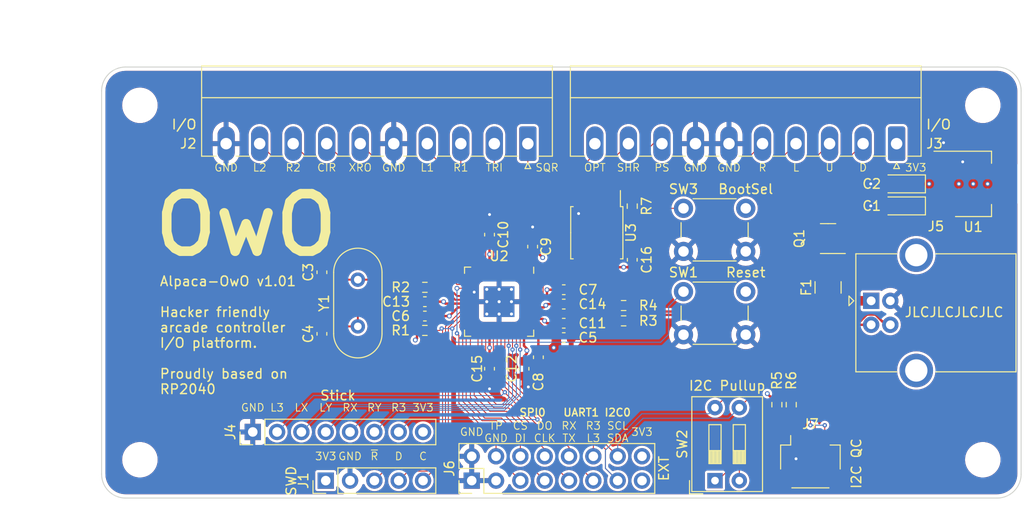
<source format=kicad_pcb>
(kicad_pcb (version 20211014) (generator pcbnew)
  (title_block (title "Alpaca-OwO") (date "2022-03-08") (rev "v1.01") (company "dogtopus"))
  (layers (0 "F.Cu" signal) (1 "In1.Cu" signal) (2 "In2.Cu" signal) (31 "B.Cu" signal) (34 "B.Paste" user) (35 "F.Paste" user) (36 "B.SilkS" user "B.Silkscreen") (37 "F.SilkS" user "F.Silkscreen") (38 "B.Mask" user) (39 "F.Mask" user) (44 "Edge.Cuts" user))
  (net 0 "")
  (net 1 "Net-(C1-Pad1)")
  (net 2 "GND")
  (net 3 "+3V3")
  (net 4 "Net-(C3-Pad1)")
  (net 5 "Net-(C4-Pad2)")
  (net 6 "+1V1")
  (net 7 "VBUS")
  (net 8 "Net-(F1-Pad2)")
  (net 9 "/~{RESET}")
  (net 10 "/SWDIO")
  (net 11 "/SWCLK")
  (net 12 "/KEY_SQR")
  (net 13 "/KEY_TRI")
  (net 14 "/KEY_R1")
  (net 15 "/KEY_L1")
  (net 16 "/KEY_XRO")
  (net 17 "/KEY_CIR")
  (net 18 "/KEY_R2")
  (net 19 "/KEY_L2")
  (net 20 "/DBTN_D")
  (net 21 "/DBTN_U")
  (net 22 "/DBTN_L")
  (net 23 "/DBTN_R")
  (net 24 "/KEY_PS")
  (net 25 "/KEY_SHR")
  (net 26 "/KEY_OPT")
  (net 27 "/KEY_L3")
  (net 28 "/STK_LX")
  (net 29 "/STK_LY")
  (net 30 "/STK_RX")
  (net 31 "/STK_RY")
  (net 32 "/KEY_R3")
  (net 33 "/USB_D-")
  (net 34 "/USB_D+")
  (net 35 "/KEY_TP")
  (net 36 "/SPI0_DI")
  (net 37 "/SPI0_CS")
  (net 38 "/SPI0_CLK")
  (net 39 "/SPI0_DO")
  (net 40 "/UART1_TX")
  (net 41 "/UART1_RX")
  (net 42 "/I2C0_SDA")
  (net 43 "/I2C0_SCL")
  (net 44 "Net-(R2-Pad2)")
  (net 45 "/UPIN_D+")
  (net 46 "/UPIN_D-")
  (net 47 "Net-(R5-Pad2)")
  (net 48 "Net-(R6-Pad2)")
  (net 49 "Net-(R7-Pad1)")
  (net 50 "/ROM_CS")
  (net 51 "/ROM_D3")
  (net 52 "/ROM_CLK")
  (net 53 "/ROM_D0")
  (net 54 "/ROM_D2")
  (net 55 "/ROM_D1")
  (footprint "Capacitor_SMD:C_0603_1608Metric" (layer "F.Cu") (at 163.1 98.175 -90)
    (fp_text reference "C16")
    (fp_text value "100nF")
  )
  (footprint "MountingHole:MountingHole_3.2mm_M3_ISO7380" (layer "F.Cu") (at 199.7 82.05)
    (fp_text reference "H3" hide)
    (fp_text value "M3")
  )
  (footprint "Capacitor_SMD:C_0603_1608Metric" (layer "F.Cu") (at 155.95 101.3)
    (fp_text reference "C7")
    (fp_text value "100nF")
  )
  (footprint "Connector_USB:USB_B_OST_USB-B1HSxx_Horizontal" (layer "F.Cu") (at 188.045 102.46)
    (fp_text reference "J5")
    (fp_text value "USB_B")
  )
  (footprint "Capacitor_Tantalum_SMD:CP_EIA-3216-18_Kemet-A" (layer "F.Cu") (at 191.4 92.55 180)
    (fp_text reference "C1")
    (fp_text value "10uF")
  )
  (footprint "private:QFN-56-1EP_7x7mm_P0.4mm_EP3.2x3.2mm_ThermalVias" (layer "F.Cu") (at 149.2 102.55 -90)
    (fp_text reference "U2")
    (fp_text value "RP2040")
  )
  (footprint "Capacitor_SMD:C_0603_1608Metric" (layer "F.Cu") (at 152.7 96.8 -90)
    (fp_text reference "C9")
    (fp_text value "100nF")
  )
  (footprint "Capacitor_SMD:C_0603_1608Metric" (layer "F.Cu") (at 153.3 108.35 -90)
    (fp_text reference "C8")
    (fp_text value "100nF")
  )
  (footprint "Connector_PinHeader_2.54mm:PinHeader_1x05_P2.54mm_Vertical" (layer "F.Cu") (at 131.1 121.23 90)
    (fp_text reference "J1")
    (fp_text value "SWD")
  )
  (footprint "Package_TO_SOT_SMD:SOT-23-6" (layer "F.Cu") (at 183.545 95.96 180)
    (fp_text reference "Q1")
    (fp_text value "CJL3415")
  )
  (footprint "Crystal:Crystal_HC49-4H_Vertical" (layer "F.Cu") (at 134.45 105.13 90)
    (fp_text reference "Y1")
    (fp_text value "12MHz")
  )
  (footprint "Capacitor_SMD:C_0603_1608Metric" (layer "F.Cu") (at 155.95 106.3)
    (fp_text reference "C5")
    (fp_text value "1uF")
  )
  (footprint "MountingHole:MountingHole_3.2mm_M3_ISO7380" (layer "F.Cu") (at 111.7 82.05)
    (fp_text reference "H2" hide)
    (fp_text value "M3")
  )
  (footprint "Package_SO:SOIC-8_5.23x5.23mm_P1.27mm" (layer "F.Cu") (at 159.4 95.35 -90)
    (fp_text reference "U3")
    (fp_text value "W25Q32JVSS")
  )
  (footprint "Capacitor_SMD:C_0603_1608Metric" (layer "F.Cu") (at 141.45 102.55)
    (fp_text reference "C13")
    (fp_text value "100nF")
  )
  (footprint "Capacitor_SMD:C_0603_1608Metric" (layer "F.Cu") (at 151.8 109.55 90)
    (fp_text reference "C12")
    (fp_text value "100nF")
  )
  (footprint "Resistor_SMD:R_0603_1608Metric" (layer "F.Cu") (at 162.2 102.95)
    (fp_text reference "R4")
    (fp_text value "27")
  )
  (footprint "Capacitor_SMD:C_0603_1608Metric" (layer "F.Cu") (at 155.95 104.8)
    (fp_text reference "C11")
    (fp_text value "1uF")
  )
  (footprint "Connector_PinHeader_2.54mm:PinHeader_2x08_P2.54mm_Vertical" (layer "F.Cu") (at 146.34 121.23 90)
    (fp_text reference "J6")
    (fp_text value "Pwny Pr0t")
  )
  (footprint "MountingHole:MountingHole_3.2mm_M3_ISO7380" (layer "F.Cu") (at 199.7 119.05)
    (fp_text reference "H4" hide)
    (fp_text value "M3")
  )
  (footprint "Capacitor_SMD:C_0603_1608Metric" (layer "F.Cu") (at 155.95 102.8 180)
    (fp_text reference "C14")
    (fp_text value "100nF")
  )
  (footprint "Resistor_SMD:R_0603_1608Metric" (layer "F.Cu") (at 162.2 104.55)
    (fp_text reference "R3")
    (fp_text value "27")
  )
  (footprint "Resistor_SMD:R_0603_1608Metric" (layer "F.Cu") (at 163.1 92.575 90)
    (fp_text reference "R7")
    (fp_text value "1k")
  )
  (footprint "Capacitor_SMD:C_0603_1608Metric" (layer "F.Cu") (at 148.2 95.55 -90)
    (fp_text reference "C10")
    (fp_text value "100nF")
  )
  (footprint "Connector_Phoenix_MC:PhoenixContact_MC_1,5_10-G-3.5_1x10_P3.50mm_Horizontal" (layer "F.Cu") (at 152.2 86.05 180)
    (fp_text reference "J2")
    (fp_text value "PS360 ST1")
  )
  (footprint "Package_TO_SOT_SMD:SOT-223-3_TabPin2" (layer "F.Cu") (at 198.7 90.25)
    (fp_text reference "U1")
    (fp_text value "AMS1117-3.3")
  )
  (footprint "Button_Switch_THT:SW_PUSH_6mm" (layer "F.Cu") (at 168.45 101.5)
    (fp_text reference "SW1")
    (fp_text value "Reset")
  )
  (footprint "Resistor_SMD:R_0603_1608Metric" (layer "F.Cu") (at 178.2 113.3 -90)
    (fp_text reference "R5")
    (fp_text value "1k")
  )
  (footprint "Connector_Phoenix_MC:PhoenixContact_MC_1,5_10-G-3.5_1x10_P3.50mm_Horizontal" (layer "F.Cu") (at 190.7 86.05 180)
    (fp_text reference "J3")
    (fp_text value "PS360 ST2")
  )
  (footprint "Connector_JST:JST_SH_SM04B-SRSS-TB_1x04-1MP_P1.00mm_Horizontal" (layer "F.Cu") (at 181.7 119.3)
    (fp_text reference "J7")
    (fp_text value "I2C Quick connect")
  )
  (footprint "Resistor_SMD:R_0603_1608Metric" (layer "F.Cu") (at 141.45 101.05)
    (fp_text reference "R2")
    (fp_text value "1k")
  )
  (footprint "Button_Switch_THT:SW_PUSH_6mm" (layer "F.Cu") (at 168.45 92.8)
    (fp_text reference "SW3")
    (fp_text value "BootSel")
  )
  (footprint "Capacitor_SMD:C_0603_1608Metric" (layer "F.Cu") (at 141.45 104.05)
    (fp_text reference "C6")
    (fp_text value "100nF")
  )
  (footprint "Capacitor_SMD:C_0603_1608Metric" (layer "F.Cu") (at 130.7 99.475 90)
    (fp_text reference "C3")
    (fp_text value "30pF")
  )
  (footprint "Fuse:Fuse_1210_3225Metric" (layer "F.Cu") (at 183.545 101.06 90)
    (fp_text reference "F1")
    (fp_text value "500mA")
  )
  (footprint "Resistor_SMD:R_0603_1608Metric" (layer "F.Cu") (at 141.45 105.55)
    (fp_text reference "R1")
    (fp_text value "10k")
  )
  (footprint "Resistor_SMD:R_0603_1608Metric" (layer "F.Cu") (at 179.7 113.3 -90)
    (fp_text reference "R6")
    (fp_text value "1k")
  )
  (footprint "Capacitor_Tantalum_SMD:CP_EIA-3216-18_Kemet-A" (layer "F.Cu") (at 191.4 90.25 180)
    (fp_text reference "C2")
    (fp_text value "10uF")
  )
  (footprint "Capacitor_SMD:C_0603_1608Metric" (layer "F.Cu") (at 148.2 109.55 90)
    (fp_text reference "C15")
    (fp_text value "100nF")
  )
  (footprint "MountingHole:MountingHole_3.2mm_M3_ISO7380" (layer "F.Cu") (at 111.7 119.05)
    (fp_text reference "H1" hide)
    (fp_text value "M3")
  )
  (footprint "Connector_PinHeader_2.54mm:PinHeader_1x08_P2.54mm_Vertical" (layer "F.Cu") (at 123.48 116.15 90)
    (fp_text reference "J4")
    (fp_text value "Stick")
  )
  (footprint "Capacitor_SMD:C_0603_1608Metric" (layer "F.Cu") (at 130.7 105.905 90)
    (fp_text reference "C4")
    (fp_text value "30pF")
  )
  (footprint "Button_Switch_THT:SW_DIP_SPSTx02_Slide_9.78x7.26mm_W7.62mm_P2.54mm" (layer "F.Cu") (at 171.74 121.23 90)
    (fp_text reference "SW2")
    (fp_text value "I2C Pullup")
  )
  (gr_line (start 107.7 120.55) (end 107.7 80.55) (layer "Edge.Cuts") (width 0.1))
  (gr_line (start 201.2 123.05) (end 110.2 123.05) (layer "Edge.Cuts") (width 0.1))
  (gr_arc (start 107.7 80.55) (mid 108.432233 78.782233) (end 110.2 78.05) (layer "Edge.Cuts") (width 0.1))
  (gr_arc (start 201.2 78.05) (mid 202.967767 78.782233) (end 203.7 80.55) (layer "Edge.Cuts") (width 0.1))
  (gr_arc (start 110.2 123.05) (mid 108.432233 122.317767) (end 107.7 120.55) (layer "Edge.Cuts") (width 0.1))
  (gr_line (start 203.7 80.55) (end 203.7 120.55) (layer "Edge.Cuts") (width 0.1))
  (gr_arc (start 203.7 120.55) (mid 202.967767 122.317767) (end 201.2 123.05) (layer "Edge.Cuts") (width 0.1))
  (gr_line (start 110.2 78.05) (end 201.2 78.05) (layer "Edge.Cuts") (width 0.1))
  (gr_text "~{R}" (at 136.18 118.69) (layer "F.SilkS") (effects (font (size 0.8 0.8) (thickness 0.1))))
  (gr_text "3V3" (at 192.7 88.55) (layer "F.SilkS") (effects (font (size 0.8 0.8) (thickness 0.1))))
  (gr_text "OwO" (at 112.7 94.55) (layer "F.SilkS") (effects (font (size 6 6) (thickness 1)) (justify left)))
  (gr_text "GND" (at 120.7 88.55) (layer "F.SilkS") (effects (font (size 0.8 0.8) (thickness 0.1))))
  (gr_text "R2" (at 127.7 88.55) (layer "F.SilkS") (effects (font (size 0.8 0.8) (thickness 0.1))))
  (gr_text "Reset" (at 174.95 99.5) (layer "F.SilkS") (effects (font (size 1 1))))
  (gr_text "L3" (at 126.02 113.61) (layer "F.SilkS") (effects (font (size 0.8 0.8) (thickness 0.1))))
  (gr_text "R3\nL3" (at 159.04 116.15) (layer "F.SilkS") (effects (font (size 0.8 0.8) (thickness 0.1))))
  (gr_text "GND" (at 138.2 88.55) (layer "F.SilkS") (effects (font (size 0.8 0.8) (thickness 0.1))))
  (gr_text "GND" (at 133.64 118.69) (layer "F.SilkS") (effects (font (size 0.8 0.8) (thickness 0.1))))
  (gr_text "RX" (at 133.64 113.61) (layer "F.SilkS") (effects (font (size 0.8 0.8) (thickness 0.1))))
  (gr_text "R3" (at 138.72 113.61) (layer "F.SilkS") (effects (font (size 0.8 0.8) (thickness 0.1))))
  (gr_text "TP\nGND" (at 148.88 116.15) (layer "F.SilkS") (effects (font (size 0.8 0.8) (thickness 0.1))))
  (gr_text "CS\nDI" (at 151.42 116.15) (layer "F.SilkS") (effects (font (size 0.8 0.8) (thickness 0.1))))
  (gr_text "3V3" (at 131.1 118.69) (layer "F.SilkS") (effects (font (size 0.8 0.8) (thickness 0.1))))
  (gr_text "EXT" (at 166.406 119.96 90) (layer "F.SilkS") (effects (font (size 1 1))))
  (gr_text "L2" (at 124.2 88.55) (layer "F.SilkS") (effects (font (size 0.8 0.8) (thickness 0.1))))
  (gr_text "JLCJLCJLCJLC" (at 196.7 103.65) (layer "F.SilkS") (effects (font (size 1 1))))
  (gr_text "PS" (at 166.2 88.55) (layer "F.SilkS") (effects (font (size 0.8 0.8) (thickness 0.1))))
  (gr_text "OPT" (at 159.2 88.55) (layer "F.SilkS") (effects (font (size 0.8 0.8) (thickness 0.1))))
  (gr_text "Stick" (at 132.37 112.34) (layer "F.SilkS") (effects (font (size 1 1))))
  (gr_text "L1" (at 141.7 88.55) (layer "F.SilkS") (effects (font (size 0.8 0.8) (thickness 0.1))))
  (gr_text "RX\nTX" (at 156.5 116.15) (layer "F.SilkS") (effects (font (size 0.8 0.8) (thickness 0.1))))
  (gr_text "I2C0" (at 161.58 114.118) (layer "F.SilkS") (effects (font (size 0.8 0.8))))
  (gr_text "SPI0" (at 152.69 114.118) (layer "F.SilkS") (effects (font (size 0.8 0.8))))
  (gr_text "L" (at 180.2 88.55) (layer "F.SilkS") (effects (font (size 0.8 0.8) (thickness 0.1))))
  (gr_text "3V3" (at 164.12 116.15) (layer "F.SilkS") (effects (font (size 0.8 0.8) (thickness 0.1))))
  (gr_text "SWD" (at 127.5 121.25 90) (layer "F.SilkS") (effects (font (size 1 1))))
  (gr_text "UART1" (at 157.77 114.118) (layer "F.SilkS") (effects (font (size 0.8 0.8))))
  (gr_text "I/O" (at 193.7 84.05) (layer "F.SilkS") (effects (font (size 1 1)) (justify left)))
  (gr_text "SQR" (at 154.2 88.55) (layer "F.SilkS") (effects (font (size 0.8 0.8) (thickness 0.1))))
  (gr_text "3V3" (at 141.26 113.61) (layer "F.SilkS") (effects (font (size 0.8 0.8) (thickness 0.1))))
  (gr_text "GND" (at 146.34 116.15) (layer "F.SilkS") (effects (font (size 0.8 0.8) (thickness 0.1))))
  (gr_text "DO\nCLK" (at 153.96 116.15) (layer "F.SilkS") (effects (font (size 0.8 0.8) (thickness 0.1))))
  (gr_text "GND" (at 169.7 88.55) (layer "F.SilkS") (effects (font (size 0.8 0.8) (thickness 0.1))))
  (gr_text "R1" (at 145.2 88.55) (layer "F.SilkS") (effects (font (size 0.8 0.8) (thickness 0.1))))
  (gr_text "RY" (at 136.18 113.61) (layer "F.SilkS") (effects (font (size 0.8 0.8) (thickness 0.1))))
  (gr_text "D" (at 187.2 88.55) (layer "F.SilkS") (effects (font (size 0.8 0.8) (thickness 0.1))))
  (gr_text "I/O" (at 117.7 84.05) (layer "F.SilkS") (effects (font (size 1 1)) (justify right)))
  (gr_text "U" (at 183.7 88.55) (layer "F.SilkS") (effects (font (size 0.8 0.8) (thickness 0.1))))
  (gr_text "XRO" (at 134.7 88.55) (layer "F.SilkS") (effects (font (size 0.8 0.8) (thickness 0.1))))
  (gr_text "SHR" (at 162.7 88.55) (layer "F.SilkS") (effects (font (size 0.8 0.8) (thickness 0.1))))
  (gr_text "R" (at 176.7 88.55) (layer "F.SilkS") (effects (font (size 0.8 0.8) (thickness 0.1))))
  (gr_text "CIR" (at 131.2 88.55) (layer "F.SilkS") (effects (font (size 0.8 0.8) (thickness 0.1))))
  (gr_text "SCL\nSDA" (at 161.58 116.15) (layer "F.SilkS") (effects (font (size 0.8 0.8) (thickness 0.1))))
  (gr_text "C" (at 141.26 118.69) (layer "F.SilkS") (effects (font (size 0.8 0.8) (thickness 0.1))))
  (gr_text "LX" (at 128.56 113.61) (layer "F.SilkS") (effects (font (size 0.8 0.8) (thickness 0.1))))
  (gr_text "Alpaca-OwO v1.01\n\nHacker friendly\narcade controller\nI/O platform.\n\nProudly based on\nRP2040" (at 113.7 106.05) (layer "F.SilkS") (effects (font (size 1 1)) (justify left)))
  (gr_text "GND" (at 123.48 113.61) (layer "F.SilkS") (effects (font (size 0.8 0.8) (thickness 0.1))))
  (gr_text "TRI" (at 148.7 88.55) (layer "F.SilkS") (effects (font (size 0.8 0.8) (thickness 0.1))))
  (gr_text "I2C QC" (at 186.5 119.45 90) (layer "F.SilkS") (effects (font (size 1 1))))
  (gr_text "I2C Pullup" (at 173.01 111.324) (layer "F.SilkS") (effects (font (size 1 1))))
  (gr_text "LY" (at 131.1 113.61) (layer "F.SilkS") (effects (font (size 0.8 0.8) (thickness 0.1))))
  (gr_text "BootSel" (at 174.95 90.8) (layer "F.SilkS") (effects (font (size 1 1))))
  (gr_text "D" (at 138.72 118.69) (layer "F.SilkS") (effects (font (size 0.8 0.8) (thickness 0.1))))
  (gr_text "GND" (at 173.2 88.55) (layer "F.SilkS") (effects (font (size 0.8 0.8) (thickness 0.1))))
  (segment (start 182.4075 93.6425) (end 183.4 92.65) (width 1) (layer "F.Cu") (net 1))
  (segment (start 191.4 94.75) (end 192.75 93.4) (width 1) (layer "F.Cu") (net 1))
  (segment (start 183.4 92.65) (end 186.2 92.65) (width 1) (layer "F.Cu") (net 1))
  (segment (start 192.75 92.55) (end 195.55 92.55) (width 1) (layer "F.Cu") (net 1))
  (segment (start 182.4075 94.7425) (end 182.4075 93.6425) (width 1) (layer "F.Cu") (net 1))
  (segment (start 182.4075 95.01) (end 182.4075 94.7425) (width 0.25) (layer "F.Cu") (net 1))
  (segment (start 186.2 92.65) (end 188.3 94.75) (width 1) (layer "F.Cu") (net 1))
  (segment (start 188.3 94.75) (end 191.4 94.75) (width 1) (layer "F.Cu") (net 1))
  (segment (start 192.75 93.4) (end 192.75 92.55) (width 1) (layer "F.Cu") (net 1))
  (segment (start 145.7625 101.55) (end 146.6 101.55) (width 0.1) (layer "F.Cu") (net 2))
  (via (at 152.7 94.75) (size 0.5) (drill 0.3) (layers "F.Cu" "B.Cu") (net 2))
  (via (at 148.2 111.65) (size 0.5) (drill 0.3) (layers "F.Cu" "B.Cu") (net 2))
  (via (at 180.2 118.95) (size 0.5) (drill 0.3) (layers "F.Cu" "B.Cu") (net 2))
  (via (at 188 92.55) (size 0.5) (drill 0.3) (layers "F.Cu" "B.Cu") (net 2))
  (via (at 188 90.25) (size 0.5) (drill 0.3) (layers "F.Cu" "B.Cu") (net 2))
  (via (at 195.6 85.95) (size 0.5) (drill 0.3) (layers "F.Cu" "B.Cu") (net 2))
  (via (at 148.2 93.45) (size 0.5) (drill 0.3) (layers "F.Cu" "B.Cu") (net 2))
  (via (at 152.25 111.45) (size 0.5) (drill 0.3) (layers "F.Cu" "B.Cu") (net 2))
  (via (at 197.6 87.95) (size 0.5) (drill 0.3) (layers "F.Cu" "B.Cu") (net 2))
  (via (at 157.5 93.35) (size 0.5) (drill 0.3) (layers "F.Cu" "B.Cu") (net 2))
  (via (at 146.6 101.55) (size 0.5) (drill 0.3) (layers "F.Cu" "B.Cu") (net 2))
  (segment (start 140.625 105.55) (end 140.625 106.375) (width 0.25) (layer "F.Cu") (net 3))
  (segment (start 179.7 112.475) (end 180.225 112.475) (width 0.25) (layer "F.Cu") (net 3))
  (segment (start 152.1 107.95) (end 151.8 108.25) (width 0.25) (layer "F.Cu") (net 3))
  (segment (start 154.2 102.8) (end 155.175 102.8) (width 0.25) (layer "F.Cu") (net 3))
  (segment (start 152.6375 103.15) (end 153.85 103.15) (width 0.25) (layer "F.Cu") (net 3))
  (segment (start 155.175 106.3) (end 155.175 107.075) (width 1) (layer "F.Cu") (net 3))
  (segment (start 178.2 112.475) (end 179.7 112.475) (width 0.25) (layer "F.Cu") (net 3))
  (segment (start 154.2 105.55) (end 154.95 105.55) (width 0.25) (layer "F.Cu") (net 3))
  (segment (start 178.2 112.475) (end 177.525 112.475) (width 0.25) (layer "F.Cu") (net 3))
  (segment (start 154.675 107.575) (end 154.7 107.55) (width 1) (layer "F.Cu") (net 3))
  (segment (start 199.7 90.25) (end 201.85 90.25) (width 1) (layer "F.Cu") (net 3))
  (segment (start 151.8 107.15) (end 152.1 107.45) (width 0.25) (layer "F.Cu") (net 3))
  (segment (start 155.175 105.775) (end 155.175 106.3) (width 0.25) (layer "F.Cu") (net 3))
  (segment (start 152.0875 99.1125) (end 151.8 99.1125) (width 0.25) (layer "F.Cu") (net 3))
  (segment (start 152.6375 103.15) (end 152.6375 102.75) (width 0.25) (layer "F.Cu") (net 3))
  (segment (start 152.6375 104.75) (end 153.4 104.75) (width 0.25) (layer "F.Cu") (net 3))
  (segment (start 153.3 107.575) (end 154.675 107.575) (width 1) (layer "F.Cu") (net 3))
  (segment (start 153.3 105.4) (end 153.05 105.15) (width 0.25) (layer "F.Cu") (net 3))
  (segment (start 151.8 108.25) (end 151.8 108.775) (width 0.25) (layer "F.Cu") (net 3))
  (segment (start 153.05 105.15) (end 152.6375 105.15) (width 0.25) (layer "F.Cu") (net 3))
  (segment (start 153.4 104.75) (end 154.2 105.55) (width 0.25) (layer "F.Cu") (net 3))
  (segment (start 153.85 103.15) (end 154.2 102.8) (width 0.25) (layer "F.Cu") (net 3))
  (segment (start 152.1 107.45) (end 152.1 107.95) (width 0.25) (layer "F.Cu") (net 3))
  (segment (start 140.625 106.375) (end 140.45 106.55) (width 0.25) (layer "F.Cu") (net 3))
  (segment (start 143.4 102.55) (end 142.225 102.55) (width 0.25) (layer "F.Cu") (net 3))
  (segment (start 181.2 113.45) (end 181.2 117.3) (width 0.25) (layer "F.Cu") (net 3))
  (segment (start 143.4 102.55) (end 143.6 102.75) (width 0.25) (layer "F.Cu") (net 3))
  (segment (start 151.8 105.9875) (end 151.8 107.15) (width 0.25) (layer "F.Cu") (net 3))
  (segment (start 177.525 112.475) (end 177.2 112.15) (width 0.25) (layer "F.Cu") (net 3))
  (segment (start 148.2 108.775) (end 148.2 107.35) (width 0.25) (layer "F.Cu") (net 3))
  (segment (start 148.2 96.325) (end 148.2 99.1125) (width 0.25) (layer "F.Cu") (net 3))
  (segment (start 152.7 98.5) (end 152.7 97.575) (width 0.25) (layer "F.Cu") (net 3))
  (segment (start 195.55 90.25) (end 199.7 90.25) (width 1) (layer "F.Cu") (net 3))
  (segment (start 154.95 105.55) (end 155.175 105.775) (width 0.25) (layer "F.Cu") (net 3))
  (segment (start 153.375 97.575) (end 153.75 97.95) (width 0.25) (layer "F.Cu") (net 3))
  (segment (start 148.2 105.9875) (end 148.2 107.35) (width 0.25) (layer "F.Cu") (net 3))
  (segment (start 152.7 97.575) (end 153.375 97.575) (width 0.25) (layer "F.Cu") (net 3))
  (segment (start 161.305 98.95) (end 162.2 98.95) (width 0.25) (layer "F.Cu") (net 3))
  (segment (start 155.175 107.075) (end 154.7 107.55) (width 1) (layer "F.Cu") (net 3))
  (segment (start 180.225 112.475) (end 181.2 113.45) (width 0.25) (layer "F.Cu") (net 3))
  (segment (start 163.1 98.95) (end 162.2 98.95) (width 0.25) (layer "F.Cu") (net 3))
  (segment (start 192.75 90.25) (end 195.55 90.25) (width 1) (layer "F.Cu") (net 3))
  (segment (start 153.3 107.575) (end 153.3 105.4) (width 0.25) (layer "F.Cu") (net 3))
  (segment (start 143.6 102.75) (end 145.7625 102.75) (width 0.25) (layer "F.Cu") (net 3))
  (segment (start 152.7 98.5) (end 152.0875 99.1125) (width 0.25) (layer "F.Cu") (net 3))
  (via (at 177.2 112.15) (size 0.5) (drill 0.3) (layers "F.Cu" "B.Cu") (net 3))
  (via (at 194.1 90.25) (size 0.5) (drill 0.3) (layers "F.Cu" "B.Cu") (net 3))
  (via (at 200.2 90.25) (size 0.5) (drill 0.3) (layers "F.Cu" "B.Cu") (net 3))
  (via (at 154.075 102.925) (size 0.5) (drill 0.3) (layers "F.Cu" "B.Cu") (net 3))
  (via (at 152.1 107.65) (size 0.5) (drill 0.3) (layers "F.Cu" "B.Cu") (net 3))
  (via (at 143.4 102.55) (size 0.5) (drill 0.3) (layers "F.Cu" "B.Cu") (net 3))
  (via (at 154.9 107.35) (size 0.5) (drill 0.3) (layers "F.Cu" "B.Cu") (net 3))
  (via (at 148.2105 97.6) (size 0.5) (drill 0.3) (layers "F.Cu" "B.Cu") (net 3))
  (via (at 153.75 97.95) (size 0.5) (drill 0.3) (layers "F.Cu" "B.Cu") (net 3))
  (via (at 198.7 90.25) (size 0.5) (drill 0.3) (layers "F.Cu" "B.Cu") (net 3))
  (via (at 162.2 98.95) (size 0.5) (drill 0.3) (layers "F.Cu" "B.Cu") (net 3))
  (via (at 148.2 107.35) (size 0.5) (drill 0.3) (layers "F.Cu" "B.Cu") (net 3))
  (via (at 197.2 90.25) (size 0.5) (drill 0.3) (layers "F.Cu" "B.Cu") (net 3))
  (via (at 140.45 106.55) (size 0.5) (drill 0.3) (layers "F.Cu" "B.Cu") (net 3))
  (segment (start 144.01197 101.65) (end 144.5 101.65) (width 0.2) (layer "F.Cu") (net 4))
  (segment (start 144.5 101.65) (end 144.8 101.95) (width 0.2) (layer "F.Cu") (net 4))
  (segment (start 144.8 101.95) (end 145.7625 101.95) (width 0.2) (layer "F.Cu") (net 4))
  (segment (start 134.45 100.25) (end 142.61197 100.25) (width 0.2) (layer "F.Cu") (net 4))
  (segment (start 134.45 100.25) (end 130.7 100.25) (width 0.2) (layer "F.Cu") (net 4))
  (segment (start 142.61197 100.25) (end 144.01197 101.65) (width 0.2) (layer "F.Cu") (net 4))
  (segment (start 134.45 102.4) (end 134.45 105.13) (width 0.2) (layer "F.Cu") (net 5))
  (segment (start 135.8 101.05) (end 140.625 101.05) (width 0.2) (layer "F.Cu") (net 5))
  (segment (start 130.7 105.13) (end 134.45 105.13) (width 0.2) (layer "F.Cu") (net 5))
  (segment (start 135.8 101.05) (end 134.45 102.4) (width 0.2) (layer "F.Cu") (net 5))
  (segment (start 153.95 104.55) (end 153.75 104.35) (width 0.25) (layer "F.Cu") (net 6))
  (segment (start 153.75 104.35) (end 152.6375 104.35) (width 0.25) (layer "F.Cu") (net 6))
  (segment (start 144.9 103.15) (end 145.7625 103.15) (width 0.25) (layer "F.Cu") (net 6))
  (segment (start 154.2 101.3) (end 154.2 101.8) (width 0.25) (layer "F.Cu") (net 6))
  (segment (start 154.2 101.8) (end 153.65 102.35) (width 0.25) (layer "F.Cu") (net 6))
  (segment (start 153.95 104.55) (end 154.2 104.8) (width 0.25) (layer "F.Cu") (net 6))
  (segment (start 144 104.05) (end 142.225 104.05) (width 0.25) (layer "F.Cu") (net 6))
  (segment (start 144 104.05) (end 144.9 103.15) (width 0.25) (layer "F.Cu") (net 6))
  (segment (start 154.2 104.8) (end 155.175 104.8) (width 0.25) (layer "F.Cu") (net 6))
  (segment (start 154.2 101.3) (end 155.175 101.3) (width 0.25) (layer "F.Cu") (net 6))
  (segment (start 153.65 102.35) (end 152.6375 102.35) (width 0.25) (layer "F.Cu") (net 6))
  (via (at 154.2 101.3) (size 0.5) (drill 0.3) (layers "F.Cu" "B.Cu") (net 6))
  (via (at 153.95 104.55) (size 0.5) (drill 0.3) (layers "F.Cu" "B.Cu") (net 6))
  (via (at 144 104.05) (size 0.5) (drill 0.3) (layers "F.Cu" "B.Cu") (net 6))
  (segment (start 188.045 102.46) (end 183.545 102.46) (width 1) (layer "F.Cu") (net 7))
  (segment (start 182.4075 96.91) (end 182.4075 96.2575) (width 1) (layer "F.Cu") (net 8))
  (segment (start 184.6825 96.91) (end 184.6825 96.2675) (width 1) (layer "F.Cu") (net 8))
  (segment (start 184.6825 95.96) (end 184.6825 96.2675) (width 0.25) (layer "F.Cu") (net 8))
  (segment (start 183.545 98.0475) (end 182.4075 96.91) (width 1) (layer "F.Cu") (net 8))
  (segment (start 183.545 99.66) (end 183.545 98.0475) (width 1) (layer "F.Cu") (net 8))
  (segment (start 182.4075 95.96) (end 182.4075 96.2575) (width 0.25) (layer "F.Cu") (net 8))
  (segment (start 184.6825 96.91) (end 183.545 98.0475) (width 1) (layer "F.Cu") (net 8))
  (segment (start 137.46 119.95) (end 136.18 121.23) (width 0.1) (layer "F.Cu") (net 9))
  (segment (start 143 105.55) (end 142.275 105.55) (width 0.1) (layer "F.Cu") (net 9))
  (segment (start 144.307741 105.357741) (end 145.315482 104.35) (width 0.1) (layer "F.Cu") (net 9))
  (segment (start 143.2 105.35) (end 143 105.55) (width 0.1) (layer "F.Cu") (net 9))
  (segment (start 145.315482 104.35) (end 145.7625 104.35) (width 0.1) (layer "F.Cu") (net 9))
  (segment (start 143.3 105.45) (end 143.3 118.15) (width 0.1) (layer "F.Cu") (net 9))
  (segment (start 141.5 119.95) (end 137.46 119.95) (width 0.1) (layer "F.Cu") (net 9))
  (segment (start 143.2 105.35) (end 143.3 105.45) (width 0.1) (layer "F.Cu") (net 9))
  (segment (start 143.3 118.15) (end 141.5 119.95) (width 0.1) (layer "F.Cu") (net 9))
  (via (at 144.307741 105.357741) (size 0.45) (drill 0.2) (layers "F.Cu" "B.Cu") (net 9))
  (via (at 143.2 105.35) (size 0.45) (drill 0.2) (layers "F.Cu" "B.Cu") (net 9))
  (segment (start 144.307741 106.357741) (end 144.307741 105.357741) (width 0.1) (layer "B.Cu") (net 9))
  (segment (start 144.307741 105.357741) (end 143.207741 105.357741) (width 0.1) (layer "B.Cu") (net 9))
  (segment (start 166.9 103.05) (end 166.9 105.95) (width 0.1) (layer "B.Cu") (net 9))
  (segment (start 143.207741 105.357741) (end 143.2 105.35) (width 0.1) (layer "B.Cu") (net 9))
  (segment (start 144.735489 106.785489) (end 144.307741 106.357741) (width 0.1) (layer "B.Cu") (net 9))
  (segment (start 166.9 105.95) (end 166.064511 106.785489) (width 0.1) (layer "B.Cu") (net 9))
  (segment (start 168.45 101.5) (end 166.9 103.05) (width 0.1) (layer "B.Cu") (net 9))
  (segment (start 166.064511 106.785489) (end 144.735489 106.785489) (width 0.1) (layer "B.Cu") (net 9))
  (segment (start 143.6 118.35) (end 141.709511 120.240489) (width 0.1) (layer "F.Cu") (net 10))
  (segment (start 143.6 105.15) (end 143.6 118.35) (width 0.1) (layer "F.Cu") (net 10))
  (segment (start 145.7625 103.55) (end 145.2 103.55) (width 0.1) (layer "F.Cu") (net 10))
  (segment (start 141.709511 120.240489) (end 139.709511 120.240489) (width 0.1) (layer "F.Cu") (net 10))
  (segment (start 139.709511 120.240489) (end 138.72 121.23) (width 0.1) (layer "F.Cu") (net 10))
  (segment (start 145.2 103.55) (end 143.6 105.15) (width 0.1) (layer "F.Cu") (net 10))
  (segment (start 145.7625 103.95) (end 145.2 103.95) (width 0.1) (layer "F.Cu") (net 11))
  (segment (start 143.9 105.25) (end 143.9 118.59) (width 0.1) (layer "F.Cu") (net 11))
  (segment (start 143.9 118.59) (end 141.26 121.23) (width 0.1) (layer "F.Cu") (net 11))
  (segment (start 145.2 103.95) (end 143.9 105.25) (width 0.1) (layer "F.Cu") (net 11))
  (segment (start 148.6 96.95) (end 148.944812 96.605188) (width 0.1) (layer "F.Cu") (net 12))
  (segment (start 152.2 92.04187) (end 152.2 86.05) (width 0.1) (layer "F.Cu") (net 12))
  (segment (start 148.944812 95.297058) (end 152.2 92.04187) (width 0.1) (layer "F.Cu") (net 12))
  (segment (start 148.944812 96.605188) (end 148.944812 95.297058) (width 0.1) (layer "F.Cu") (net 12))
  (segment (start 148.6 99.1125) (end 148.6 96.95) (width 0.1) (layer "F.Cu") (net 12))
  (segment (start 147.75 89.15) (end 148.7 88.2) (width 0.1) (layer "F.Cu") (net 13))
  (segment (start 147.8 96.915509) (end 147.58548 96.700989) (width 0.1) (layer "F.Cu") (net 13))
  (segment (start 147.8 99.1125) (end 147.8 96.915509) (width 0.1) (layer "F.Cu") (net 13))
  (segment (start 147.58548 96.700989) (end 147.58548 94.399011) (width 0.1) (layer "F.Cu") (net 13))
  (segment (start 147.58548 94.399011) (end 147.75 94.234491) (width 0.1) (layer "F.Cu") (net 13))
  (segment (start 148.7 88.2) (end 148.7 86.05) (width 0.1) (layer "F.Cu") (net 13))
  (segment (start 147.75 94.234491) (end 147.75 89.15) (width 0.1) (layer "F.Cu") (net 13))
  (segment (start 147.39596 99.10846) (end 147.39596 91.74596) (width 0.1) (layer "F.Cu") (net 14))
  (segment (start 147.4 99.1125) (end 147.39596 99.10846) (width 0.1) (layer "F.Cu") (net 14))
  (segment (start 145.2 89.55) (end 147.39596 91.74596) (width 0.1) (layer "F.Cu") (net 14))
  (segment (start 145.2 86.05) (end 145.2 89.55) (width 0.1) (layer "F.Cu") (net 14))
  (segment (start 147 92.05) (end 141.7 86.75) (width 0.1) (layer "F.Cu") (net 15))
  (segment (start 147 99.1125) (end 147 92.05) (width 0.1) (layer "F.Cu") (net 15))
  (segment (start 141.7 86.75) (end 141.7 86.05) (width 0.1) (layer "F.Cu") (net 15))
  (segment (start 142.759935 88.509935) (end 137.159935 88.509935) (width 0.1) (layer "F.Cu") (net 16))
  (segment (start 137.159935 88.509935) (end 134.7 86.05) (width 0.1) (layer "F.Cu") (net 16))
  (segment (start 146.6 92.35) (end 142.759935 88.509935) (width 0.1) (layer "F.Cu") (net 16))
  (segment (start 146.6 99.1125) (end 146.6 92.35) (width 0.1) (layer "F.Cu") (net 16))
  (segment (start 142.57904 89.02904) (end 134.17904 89.02904) (width 0.1) (layer "F.Cu") (net 17))
  (segment (start 134.17904 89.02904) (end 131.2 86.05) (width 0.1) (layer "F.Cu") (net 17))
  (segment (start 145.7625 99.95) (end 145.2 99.95) (width 0.1) (layer "F.Cu") (net 17))
  (segment (start 145.074339 99.824339) (end 145.074339 91.524339) (width 0.1) (layer "F.Cu") (net 17))
  (segment (start 145.074339 91.524339) (end 142.57904 89.02904) (width 0.1) (layer "F.Cu") (net 17))
  (segment (start 145.2 99.95) (end 145.074339 99.824339) (width 0.1) (layer "F.Cu") (net 17))
  (segment (start 145 100.35) (end 144.7 100.05) (width 0.1) (layer "F.Cu") (net 18))
  (segment (start 142.4 89.45) (end 131.1 89.45) (width 0.1) (layer "F.Cu") (net 18))
  (segment (start 131.1 89.45) (end 127.7 86.05) (width 0.1) (layer "F.Cu") (net 18))
  (segment (start 145.7625 100.35) (end 145 100.35) (width 0.1) (layer "F.Cu") (net 18))
  (segment (start 144.7 91.75) (end 142.4 89.45) (width 0.1) (layer "F.Cu") (net 18))
  (segment (start 144.7 100.05) (end 144.7 91.75) (width 0.1) (layer "F.Cu") (net 18))
  (segment (start 144.3 91.95) (end 142.2 89.85) (width 0.1) (layer "F.Cu") (net 19))
  (segment (start 145.7625 100.75) (end 144.8 100.75) (width 0.1) (layer "F.Cu") (net 19))
  (segment (start 144.8 100.75) (end 144.3 100.25) (width 0.1) (layer "F.Cu") (net 19))
  (segment (start 144.3 100.25) (end 144.3 91.95) (width 0.1) (layer "F.Cu") (net 19))
  (segment (start 142.2 89.85) (end 128 89.85) (width 0.1) (layer "F.Cu") (net 19))
  (segment (start 128 89.85) (end 124.2 86.05) (width 0.1) (layer "F.Cu") (net 19))
  (segment (start 156.8 89.35) (end 183.9 89.35) (width 0.1) (layer "F.Cu") (net 20))
  (segment (start 183.9 89.35) (end 187.2 86.05) (width 0.1) (layer "F.Cu") (net 20))
  (segment (start 151.4 94.75) (end 156.8 89.35) (width 0.1) (layer "F.Cu") (net 20))
  (segment (start 151.4 99.1125) (end 151.4 94.75) (width 0.1) (layer "F.Cu") (net 20))
  (segment (start 156.7 89.15) (end 180.6 89.15) (width 0.1) (layer "F.Cu") (net 21))
  (segment (start 180.6 89.15) (end 183.7 86.05) (width 0.1) (layer "F.Cu") (net 21))
  (segment (start 151 94.85) (end 156.7 89.15) (width 0.1) (layer "F.Cu") (net 21))
  (segment (start 151 99.1125) (end 151 94.85) (width 0.1) (layer "F.Cu") (net 21))
  (segment (start 150.6 99.1125) (end 150.6 94.981979) (width 0.1) (layer "F.Cu") (net 22))
  (segment (start 177.3 88.95) (end 180.2 86.05) (width 0.1) (layer "F.Cu") (net 22))
  (segment (start 156.631979 88.95) (end 177.3 88.95) (width 0.1) (layer "F.Cu") (net 22))
  (segment (start 150.6 94.981979) (end 156.631979 88.95) (width 0.1) (layer "F.Cu") (net 22))
  (segment (start 156.563957 88.75) (end 150.2 95.113957) (width 0.1) (layer "F.Cu") (net 23))
  (segment (start 174 88.75) (end 156.563957 88.75) (width 0.1) (layer "F.Cu") (net 23))
  (segment (start 150.2 95.113957) (end 150.2 99.1125) (width 0.1) (layer "F.Cu") (net 23))
  (segment (start 176.7 86.05) (end 174 88.75) (width 0.1) (layer "F.Cu") (net 23))
  (segment (start 156.485455 88.56048) (end 149.8 95.245935) (width 0.1) (layer "F.Cu") (net 24))
  (segment (start 162.78952 88.56048) (end 156.485455 88.56048) (width 0.1) (layer "F.Cu") (net 24))
  (segment (start 165.3 86.05) (end 162.78952 88.56048) (width 0.1) (layer "F.Cu") (net 24))
  (segment (start 166.2 86.05) (end 165.3 86.05) (width 0.1) (layer "F.Cu") (net 24))
  (segment (start 149.8 95.245935) (end 149.8 99.1125) (width 0.1) (layer "F.Cu") (net 24))
  (segment (start 156.406953 88.37096) (end 149.4 95.377913) (width 0.1) (layer "F.Cu") (net 25))
  (segment (start 160.37904 88.37096) (end 156.406953 88.37096) (width 0.1) (layer "F.Cu") (net 25))
  (segment (start 162.7 86.05) (end 160.37904 88.37096) (width 0.1) (layer "F.Cu") (net 25))
  (segment (start 149.4 95.377913) (end 149.4 99.1125) (width 0.1) (layer "F.Cu") (net 25))
  (segment (start 158.12845 88.18144) (end 159.2 87.10989) (width 0.1) (layer "F.Cu") (net 26))
  (segment (start 149 99.1125) (end 149 96.95) (width 0.1) (layer "F.Cu") (net 26))
  (segment (start 159.2 87.10989) (end 159.2 86.05) (width 0.1) (layer "F.Cu") (net 26))
  (segment (start 156.328452 88.18144) (end 158.12845 88.18144) (width 0.1) (layer "F.Cu") (net 26))
  (segment (start 149.134332 95.37556) (end 156.328452 88.18144) (width 0.1) (layer "F.Cu") (net 26))
  (segment (start 149 96.95) (end 149.134332 96.815668) (width 0.1) (layer "F.Cu") (net 26))
  (segment (start 149.134332 96.815668) (end 149.134332 95.37556) (width 0.1) (layer "F.Cu") (net 26))
  (segment (start 149.8 112) (end 149.8 112.05) (width 0.1) (layer "F.Cu") (net 27))
  (segment (start 157.8 119.99) (end 159.04 121.23) (width 0.1) (layer "F.Cu") (net 27))
  (segment (start 148.81452 111.06452) (end 148.81452 108.399011) (width 0.1) (layer "F.Cu") (net 27))
  (segment (start 156.6 116.9) (end 157.8 118.1) (width 0.1) (layer "F.Cu") (net 27))
  (segment (start 148.81452 108.399011) (end 148.6 108.184491) (width 0.1) (layer "F.Cu") (net 27))
  (segment (start 149.8 112) (end 149.75 112) (width 0.1) (layer "F.Cu") (net 27))
  (segment (start 149.75 112) (end 148.81452 111.06452) (width 0.1) (layer "F.Cu") (net 27))
  (segment (start 149.8 112.05) (end 154.65 116.9) (width 0.1) (layer "F.Cu") (net 27))
  (segment (start 154.65 116.9) (end 156.6 116.9) (width 0.1) (layer "F.Cu") (net 27))
  (segment (start 148.6 108.184491) (end 148.6 105.9875) (width 0.1) (layer "F.Cu") (net 27))
  (segment (start 157.8 118.1) (end 157.8 119.99) (width 0.1) (layer "F.Cu") (net 27))
  (via (at 149.8 112) (size 0.45) (drill 0.2) (layers "F.Cu" "B.Cu") (net 27))
  (segment (start 149.8 112) (end 149.45 112.35) (width 0.1) (layer "B.Cu") (net 27))
  (segment (start 149.45 112.35) (end 129.82 112.35) (width 0.1) (layer "B.Cu") (net 27))
  (segment (start 129.82 112.35) (end 126.02 116.15) (width 0.1) (layer "B.Cu") (net 27))
  (segment (start 150.2 107.15) (end 150.2 105.9875) (width 0.1) (layer "F.Cu") (net 28))
  (via (at 150.2 107.15) (size 0.45) (drill 0.2) (layers "F.Cu" "B.Cu") (net 28))
  (segment (start 150.2 112.6) (end 149.5 113.3) (width 0.1) (layer "B.Cu") (net 28))
  (segment (start 131.41 113.3) (end 128.56 116.15) (width 0.1) (layer "B.Cu") (net 28))
  (segment (start 149.5 113.3) (end 131.41 113.3) (width 0.1) (layer "B.Cu") (net 28))
  (segment (start 150.2 107.15) (end 150.2 112.6) (width 0.1) (layer "B.Cu") (net 28))
  (segment (start 150.6 105.9875) (end 150.6 107.55) (width 0.1) (layer "F.Cu") (net 29))
  (via (at 150.6 107.55) (size 0.45) (drill 0.2) (layers "F.Cu" "B.Cu") (net 29))
  (segment (start 133.75 113.5) (end 131.1 116.15) (width 0.1) (layer "B.Cu") (net 29))
  (segment (start 150.6 112.468022) (end 149.568022 113.5) (width 0.1) (layer "B.Cu") (net 29))
  (segment (start 149.568022 113.5) (end 133.75 113.5) (width 0.1) (layer "B.Cu") (net 29))
  (segment (start 150.6 107.55) (end 150.6 112.468022) (width 0.1) (layer "B.Cu") (net 29))
  (segment (start 151 105.9875) (end 151 107.15) (width 0.1) (layer "F.Cu") (net 30))
  (via (at 151 107.15) (size 0.45) (drill 0.2) (layers "F.Cu" "B.Cu") (net 30))
  (segment (start 149.66048 113.68952) (end 136.10048 113.68952) (width 0.1) (layer "B.Cu") (net 30))
  (segment (start 136.10048 113.68952) (end 133.64 116.15) (width 0.1) (layer "B.Cu") (net 30))
  (segment (start 151 107.15) (end 151 112.35) (width 0.1) (layer "B.Cu") (net 30))
  (segment (start 151 112.35) (end 149.66048 113.68952) (width 0.1) (layer "B.Cu") (net 30))
  (segment (start 151.4 105.9875) (end 151.4 107.55) (width 0.1) (layer "F.Cu") (net 31))
  (via (at 151.4 107.55) (size 0.45) (drill 0.2) (layers "F.Cu" "B.Cu") (net 31))
  (segment (start 138.45096 113.87904) (end 136.18 116.15) (width 0.1) (layer "B.Cu") (net 31))
  (segment (start 149.77096 113.87904) (end 138.45096 113.87904) (width 0.1) (layer "B.Cu") (net 31))
  (segment (start 151.4 112.25) (end 149.77096 113.87904) (width 0.1) (layer "B.Cu") (net 31))
  (segment (start 151.4 107.55) (end 151.4 112.25) (width 0.1) (layer "B.Cu") (net 31))
  (segment (start 159.04 117.29) (end 159.04 118.69) (width 0.1) (layer "F.Cu") (net 32))
  (segment (start 149.00404 108.32051) (end 149.00404 110.657996) (width 0.1) (layer "F.Cu") (net 32))
  (segment (start 154.946044 116.6) (end 158.35 116.6) (width 0.1) (layer "F.Cu") (net 32))
  (segment (start 158.35 116.6) (end 159.04 117.29) (width 0.1) (layer "F.Cu") (net 32))
  (segment (start 149 105.9875) (end 149 108.316469) (width 0.1) (layer "F.Cu") (net 32))
  (segment (start 149 108.316469) (end 149.00404 108.32051) (width 0.1) (layer "F.Cu") (net 32))
  (segment (start 149.00404 110.657996) (end 154.946044 116.6) (width 0.1) (layer "F.Cu") (net 32))
  (via (at 153.2 114.85) (size 0.45) (drill 0.2) (layers "F.Cu" "B.Cu") (net 32))
  (segment (start 153.2 114.85) (end 140.02 114.85) (width 0.1) (layer "B.Cu") (net 32))
  (segment (start 140.02 114.85) (end 138.72 116.15) (width 0.1) (layer "B.Cu") (net 32))
  (segment (start 163.025 104.55) (end 163.655 103.92) (width 0.25) (layer "F.Cu") (net 33))
  (segment (start 163.655 103.92) (end 179.329582 103.92) (width 0.25) (layer "F.Cu") (net 33))
  (segment (start 179.329582 103.92) (end 180.369582 104.96) (width 0.25) (layer "F.Cu") (net 33))
  (segment (start 180.369582 104.96) (end 188.045 104.96) (width 0.25) (layer "F.Cu") (net 33))
  (segment (start 179.470418 103.58) (end 180.510418 104.62) (width 0.25) (layer "F.Cu") (net 34))
  (segment (start 188.485936 103.895489) (end 189.210447 104.62) (width 0.25) (layer "F.Cu") (net 34))
  (segment (start 163.025 102.95) (end 163.655 103.58) (width 0.25) (layer "F.Cu") (net 34))
  (segment (start 163.655 103.58) (end 179.470418 103.58) (width 0.25) (layer "F.Cu") (net 34))
  (segment (start 189.210447 104.62) (end 189.705 104.62) (width 0.25) (layer "F.Cu") (net 34))
  (segment (start 186.879553 104.62) (end 187.604064 103.895489) (width 0.25) (layer "F.Cu") (net 34))
  (segment (start 180.510418 104.62) (end 186.879553 104.62) (width 0.25) (layer "F.Cu") (net 34))
  (segment (start 187.604064 103.895489) (end 188.485936 103.895489) (width 0.25) (layer "F.Cu") (net 34))
  (segment (start 189.705 104.62) (end 190.045 104.96) (width 0.25) (layer "F.Cu") (net 34))
  (segment (start 147.15 115.3) (end 148.35 115.3) (width 0.1) (layer "F.Cu") (net 35))
  (segment (start 145 106.05) (end 145 113.15) (width 0.1) (layer "F.Cu") (net 35))
  (segment (start 144.8 105.85) (end 145 106.05) (width 0.1) (layer "F.Cu") (net 35))
  (segment (start 145.7625 101.15) (end 144.8 101.15) (width 0.1) (layer "F.Cu") (net 35))
  (segment (start 145 113.15) (end 147.15 115.3) (width 0.1) (layer "F.Cu") (net 35))
  (segment (start 148.35 115.3) (end 148.88 115.83) (width 0.1) (layer "F.Cu") (net 35))
  (segment (start 148.88 115.83) (end 148.88 118.69) (width 0.1) (layer "F.Cu") (net 35))
  (via (at 144.8 101.15) (size 0.5) (drill 0.3) (layers "F.Cu" "B.Cu") (net 35))
  (via (at 144.8 105.85) (size 0.45) (drill 0.2) (layers "F.Cu" "B.Cu") (net 35))
  (segment (start 144.8 101.15) (end 144.8 105.85) (width 0.1) (layer "B.Cu") (net 35))
  (segment (start 145.7625 104.75) (end 145.3 104.75) (width 0.1) (layer "F.Cu") (net 36))
  (segment (start 145.3 104.75) (end 145.1 104.95) (width 0.1) (layer "F.Cu") (net 36))
  (segment (start 145.4 112.95) (end 147.425 114.975) (width 0.1) (layer "F.Cu") (net 36))
  (segment (start 147.425 114.975) (end 148.925 114.975) (width 0.1) (layer "F.Cu") (net 36))
  (segment (start 150.15 116.2) (end 150.15 119.96) (width 0.1) (layer "F.Cu") (net 36))
  (segment (start 150.15 119.96) (end 151.42 121.23) (width 0.1) (layer "F.Cu") (net 36))
  (segment (start 145.1 104.95) (end 145.1 105.25) (width 0.1) (layer "F.Cu") (net 36))
  (segment (start 148.925 114.975) (end 150.15 116.2) (width 0.1) (layer "F.Cu") (net 36))
  (segment (start 145.4 105.55) (end 145.4 112.95) (width 0.1) (layer "F.Cu") (net 36))
  (segment (start 145.1 105.25) (end 145.4 105.55) (width 0.1) (layer "F.Cu") (net 36))
  (segment (start 145.7625 112.7625) (end 145.7625 105.15) (width 0.1) (layer "F.Cu") (net 37))
  (segment (start 151.42 116.67) (end 149.45 114.7) (width 0.1) (layer "F.Cu") (net 37))
  (segment (start 147.7 114.7) (end 145.7625 112.7625) (width 0.1) (layer "F.Cu") (net 37))
  (segment (start 151.42 118.69) (end 151.42 116.67) (width 0.1) (layer "F.Cu") (net 37))
  (segment (start 149.45 114.7) (end 147.7 114.7) (width 0.1) (layer "F.Cu") (net 37))
  (segment (start 152.725 117.325) (end 152.725 119.995) (width 0.1) (layer "F.Cu") (net 38))
  (segment (start 146.2 106.3875) (end 146.2 112.55) (width 0.1) (layer "F.Cu") (net 38))
  (segment (start 146.6 105.9875) (end 146.2 106.3875) (width 0.1) (layer "F.Cu") (net 38))
  (segment (start 146.2 112.55) (end 147.95 114.3) (width 0.1) (layer "F.Cu") (net 38))
  (segment (start 147.95 114.3) (end 149.7 114.3) (width 0.1) (layer "F.Cu") (net 38))
  (segment (start 149.7 114.3) (end 152.725 117.325) (width 0.1) (layer "F.Cu") (net 38))
  (segment (start 152.725 119.995) (end 153.96 121.23) (width 0.1) (layer "F.Cu") (net 38))
  (segment (start 150 114) (end 148.25 114) (width 0.1) (layer "F.Cu") (net 39))
  (segment (start 153.96 118.69) (end 153.96 117.96) (width 0.1) (layer "F.Cu") (net 39))
  (segment (start 147 108.204261) (end 147 105.9875) (width 0.1) (layer "F.Cu") (net 39))
  (segment (start 146.6 112.35) (end 146.6 108.604261) (width 0.1) (layer "F.Cu") (net 39))
  (segment (start 148.25 114) (end 146.6 112.35) (width 0.1) (layer "F.Cu") (net 39))
  (segment (start 146.6 108.604261) (end 147 108.204261) (width 0.1) (layer "F.Cu") (net 39))
  (segment (start 153.96 117.96) (end 150 114) (width 0.1) (layer "F.Cu") (net 39))
  (segment (start 155.2 117.9) (end 155.2 119.93) (width 0.1) (layer "F.Cu") (net 40))
  (segment (start 148.7 113.65) (end 150.2 113.65) (width 0.1) (layer "F.Cu") (net 40))
  (segment (start 154.05 117.5) (end 154.8 117.5) (width 0.1) (layer "F.Cu") (net 40))
  (segment (start 150.2 113.65) (end 154.05 117.5) (width 0.1) (layer "F.Cu") (net 40))
  (segment (start 155.2 119.93) (end 156.5 121.23) (width 0.1) (layer "F.Cu") (net 40))
  (segment (start 147.4 105.9875) (end 147.4 108.15) (width 0.1) (layer "F.Cu") (net 40))
  (segment (start 146.9 108.65) (end 146.9 111.85) (width 0.1) (layer "F.Cu") (net 40))
  (segment (start 146.9 111.85) (end 148.7 113.65) (width 0.1) (layer "F.Cu") (net 40))
  (segment (start 154.8 117.5) (end 155.2 117.9) (width 0.1) (layer "F.Cu") (net 40))
  (segment (start 147.4 108.15) (end 146.9 108.65) (width 0.1) (layer "F.Cu") (net 40))
  (segment (start 147.8 105.9875) (end 147.8 108.184491) (width 0.1) (layer "F.Cu") (net 41))
  (segment (start 147.3 111.65) (end 148.925 113.275) (width 0.1) (layer "F.Cu") (net 41))
  (segment (start 147.3 108.684491) (end 147.3 111.65) (width 0.1) (layer "F.Cu") (net 41))
  (segment (start 150.425 113.275) (end 154.3 117.15) (width 0.1) (layer "F.Cu") (net 41))
  (segment (start 156.5 117.75) (end 156.5 118.69) (width 0.1) (layer "F.Cu") (net 41))
  (segment (start 155.9 117.15) (end 156.5 117.75) (width 0.1) (layer "F.Cu") (net 41))
  (segment (start 148.925 113.275) (end 150.425 113.275) (width 0.1) (layer "F.Cu") (net 41))
  (segment (start 154.3 117.15) (end 155.9 117.15) (width 0.1) (layer "F.Cu") (net 41))
  (segment (start 147.8 108.184491) (end 147.3 108.684491) (width 0.1) (layer "F.Cu") (net 41))
  (segment (start 174.4 110.95) (end 180.1 110.95) (width 0.1) (layer "F.Cu") (net 42))
  (segment (start 155.25 116.3) (end 158.65 116.3) (width 0.1) (layer "F.Cu") (net 42))
  (segment (start 182.2 113.05) (end 182.2 117.3) (width 0.1) (layer "F.Cu") (net 42))
  (segment (start 149.4 105.9875) (end 149.4 110.45) (width 0.1) (layer "F.Cu") (net 42))
  (segment (start 160.3 119.95) (end 161.58 121.23) (width 0.1) (layer "F.Cu") (net 42))
  (segment (start 180.1 110.95) (end 182.2 113.05) (width 0.1) (layer "F.Cu") (net 42))
  (segment (start 149.4 110.45) (end 155.25 116.3) (width 0.1) (layer "F.Cu") (net 42))
  (segment (start 160.3 117.95) (end 160.3 119.95) (width 0.1) (layer "F.Cu") (net 42))
  (segment (start 158.65 116.3) (end 160.3 117.95) (width 0.1) (layer "F.Cu") (net 42))
  (segment (start 171.74 113.61) (end 174.4 110.95) (width 0.1) (layer "F.Cu") (net 42))
  (segment (start 161.58 121.23) (end 160.3 119.95) (width 0.1) (layer "B.Cu") (net 42))
  (segment (start 160.3 118.05) (end 164.1 114.25) (width 0.1) (layer "B.Cu") (net 42))
  (segment (start 164.1 114.25) (end 171.1 114.25) (width 0.1) (layer "B.Cu") (net 42))
  (segment (start 160.3 119.95) (end 160.3 118.05) (width 0.1) (layer "B.Cu") (net 42))
  (segment (start 171.1 114.25) (end 171.74 113.61) (width 0.1) (layer "B.Cu") (net 42))
  (segment (start 176.54 111.35) (end 179.8 111.35) (width 0.1) (layer "F.Cu") (net 43))
  (segment (start 179.8 111.35) (end 181.7 113.25) (width 0.1) (layer "F.Cu") (net 43))
  (segment (start 181.7 113.25) (end 181.7 115.45) (width 0.1) (layer "F.Cu") (net 43))
  (segment (start 155.55 116) (end 158.89 116) (width 0.1) (layer "F.Cu") (net 43))
  (segment (start 149.8 110.25) (end 155.55 116) (width 0.1) (layer "F.Cu") (net 43))
  (segment (start 149.8 105.9875) (end 149.8 110.25) (width 0.1) (layer "F.Cu") (net 43))
  (segment (start 183.2 115.45) (end 183.2 117.3) (width 0.1) (layer "F.Cu") (net 43))
  (segment (start 174.28 113.61) (end 176.54 111.35) (width 0.1) (layer "F.Cu") (net 43))
  (segment (start 158.89 116) (end 161.58 118.69) (width 0.1) (layer "F.Cu") (net 43))
  (via (at 181.7 115.45) (size 0.45) (drill 0.2) (layers "F.Cu" "B.Cu") (net 43))
  (via (at 183.2 115.45) (size 0.45) (drill 0.2) (layers "F.Cu" "B.Cu") (net 43))
  (segment (start 161.58 117.37) (end 164.23 114.72) (width 0.1) (layer "B.Cu") (net 43))
  (segment (start 173.17 114.72) (end 174.28 113.61) (width 0.1) (layer "B.Cu") (net 43))
  (segment (start 161.58 118.69) (end 161.58 117.37) (width 0.1) (layer "B.Cu") (net 43))
  (segment (start 183.2 115.45) (end 181.7 115.45) (width 0.1) (layer "B.Cu") (net 43))
  (segment (start 164.23 114.72) (end 173.17 114.72) (width 0.1) (layer "B.Cu") (net 43))
  (segment (start 143.8 102.05) (end 142.8 101.05) (width 0.2) (layer "F.Cu") (net 44))
  (segment (start 145.7625 102.35) (end 144.621564 102.35) (width 0.2) (layer "F.Cu") (net 44))
  (segment (start 144.621564 102.35) (end 144.321564 102.05) (width 0.2) (layer "F.Cu") (net 44))
  (segment (start 144.321564 102.05) (end 143.8 102.05) (width 0.2) (layer "F.Cu") (net 44))
  (segment (start 142.8 101.05) (end 142.275 101.05) (width 0.2) (layer "F.Cu") (net 44))
  (segment (start 152.6375 103.55) (end 152.6675 103.58) (width 0.25) (layer "F.Cu") (net 45))
  (segment (start 160.745 103.58) (end 161.375 102.95) (width 0.25) (layer "F.Cu") (net 45))
  (segment (start 152.6675 103.58) (end 160.745 103.58) (width 0.25) (layer "F.Cu") (net 45))
  (segment (start 152.6375 103.95) (end 152.6675 103.92) (width 0.25) (layer "F.Cu") (net 46))
  (segment (start 160.745 103.92) (end 161.375 104.55) (width 0.25) (layer "F.Cu") (net 46))
  (segment (start 152.6675 103.92) (end 160.745 103.92) (width 0.25) (layer "F.Cu") (net 46))
  (segment (start 172.02 121.23) (end 171.74 121.23) (width 0.1) (layer "F.Cu") (net 47))
  (segment (start 178.2 114.125) (end 178.2 115.05) (width 0.1) (layer "F.Cu") (net 47))
  (segment (start 178.2 115.05) (end 172.02 121.23) (width 0.1) (layer "F.Cu") (net 47))
  (segment (start 179.7 114.125) (end 174.28 119.545) (width 0.1) (layer "F.Cu") (net 48))
  (segment (start 174.28 119.545) (end 174.28 121.23) (width 0.1) (layer "F.Cu") (net 48))
  (segment (start 165.15 93.4) (end 165.75 92.8) (width 0.1) (layer "F.Cu") (net 49))
  (segment (start 163.1 93.4) (end 165.15 93.4) (width 0.1) (layer "F.Cu") (net 49))
  (segment (start 165.75 92.8) (end 168.45 92.8) (width 0.1) (layer "F.Cu") (net 49))
  (segment (start 153.6 99.55) (end 156.231978 99.55) (width 0.1) (layer "F.Cu") (net 50))
  (segment (start 153.2 99.95) (end 153.6 99.55) (width 0.1) (layer "F.Cu") (net 50))
  (segment (start 156.5 99.281978) (end 156.5 90.813958) (width 0.1) (layer "F.Cu") (net 50))
  (segment (start 152.6375 99.95) (end 153.2 99.95) (width 0.1) (layer "F.Cu") (net 50))
  (segment (start 156.5 90.813958) (end 157.263958 90.05) (width 0.1) (layer "F.Cu") (net 50))
  (segment (start 157.263958 90.05) (end 160.9 90.05) (width 0.1) (layer "F.Cu") (net 50))
  (segment (start 160.9 90.05) (end 161.305 90.455) (width 0.1) (layer "F.Cu") (net 50))
  (segment (start 161.305 90.455) (end 161.305 91.75) (width 0.1) (layer "F.Cu") (net 50))
  (segment (start 161.305 91.75) (end 163.1 91.75) (width 0.1) (layer "F.Cu") (net 50))
  (segment (start 156.231978 99.55) (end 156.5 99.281978) (width 0.1) (layer "F.Cu") (net 50))
  (segment (start 159.7 100.55) (end 160.035 100.215) (width 0.1) (layer "F.Cu") (net 51))
  (segment (start 154.2 100.55) (end 159.7 100.55) (width 0.1) (layer "F.Cu") (net 51))
  (segment (start 160.035 100.215) (end 160.035 98.95) (width 0.1) (layer "F.Cu") (net 51))
  (segment (start 153.8 100.95) (end 154.2 100.55) (width 0.1) (layer "F.Cu") (net 51))
  (segment (start 152.6375 101.95) (end 153.5 101.95) (width 0.1) (layer "F.Cu") (net 51))
  (segment (start 153.5 101.95) (end 153.8 101.65) (width 0.1) (layer "F.Cu") (net 51))
  (segment (start 153.8 101.65) (end 153.8 100.95) (width 0.1) (layer "F.Cu") (net 51))
  (segment (start 153.4 101.55) (end 153.6 101.35) (width 0.1) (layer "F.Cu") (net 52))
  (segment (start 158.3 100.35) (end 158.765 99.885) (width 0.1) (layer "F.Cu") (net 52))
  (segment (start 158.765 99.885) (end 158.765 98.95) (width 0.1) (layer "F.Cu") (net 52))
  (segment (start 153.6 101.35) (end 153.6 100.85) (width 0.1) (layer "F.Cu") (net 52))
  (segment (start 152.6375 101.55) (end 153.4 101.55) (width 0.1) (layer "F.Cu") (net 52))
  (segment (start 153.6 100.85) (end 154.1 100.35) (width 0.1) (layer "F.Cu") (net 52))
  (segment (start 154.1 100.35) (end 158.3 100.35) (width 0.1) (layer "F.Cu") (net 52))
  (segment (start 153.4 100.95) (end 153.4 100.698258) (width 0.1) (layer "F.Cu") (net 53))
  (segment (start 157.2 100.15) (end 157.5 99.85) (width 0.1) (layer "F.Cu") (net 53))
  (segment (start 153.2 101.15) (end 153.4 100.95) (width 0.1) (layer "F.Cu") (net 53))
  (segment (start 157.5 99.85) (end 157.5 98.955) (width 0.1) (layer "F.Cu") (net 53))
  (segment (start 152.6375 101.15) (end 153.2 101.15) (width 0.1) (layer "F.Cu") (net 53))
  (segment (start 153.948258 100.15) (end 157.2 100.15) (width 0.1) (layer "F.Cu") (net 53))
  (segment (start 153.4 100.698258) (end 153.948258 100.15) (width 0.1) (layer "F.Cu") (net 53))
  (segment (start 157.5 98.955) (end 157.495 98.95) (width 0.1) (layer "F.Cu") (net 53))
  (segment (start 156.9 99.55) (end 156.9 90.95) (width 0.1) (layer "F.Cu") (net 54))
  (segment (start 153.842322 99.95) (end 156.5 99.95) (width 0.1) (layer "F.Cu") (net 54))
  (segment (start 152.6375 100.75) (end 153.042322 100.75) (width 0.1) (layer "F.Cu") (net 54))
  (segment (start 153.042322 100.75) (end 153.842322 99.95) (width 0.1) (layer "F.Cu") (net 54))
  (segment (start 157.4 90.45) (end 158.5 90.45) (width 0.1) (layer "F.Cu") (net 54))
  (segment (start 156.5 99.95) (end 156.9 99.55) (width 0.1) (layer "F.Cu") (net 54))
  (segment (start 158.765 90.715) (end 158.765 91.75) (width 0.1) (layer "F.Cu") (net 54))
  (segment (start 158.5 90.45) (end 158.765 90.715) (width 0.1) (layer "F.Cu") (net 54))
  (segment (start 156.9 90.95) (end 157.4 90.45) (width 0.1) (layer "F.Cu") (net 54))
  (segment (start 160.035 90.585) (end 159.7 90.25) (width 0.1) (layer "F.Cu") (net 55))
  (segment (start 156.7 99.35) (end 156.28952 99.76048) (width 0.1) (layer "F.Cu") (net 55))
  (segment (start 156.28952 99.76048) (end 153.68952 99.76048) (width 0.1) (layer "F.Cu") (net 55))
  (segment (start 160.035 91.75) (end 160.035 90.585) (width 0.1) (layer "F.Cu") (net 55))
  (segment (start 156.7 90.881979) (end 156.7 99.35) (width 0.1) (layer "F.Cu") (net 55))
  (segment (start 153.1 100.35) (end 152.6375 100.35) (width 0.1) (layer "F.Cu") (net 55))
  (segment (start 157.331979 90.25) (end 156.7 90.881979) (width 0.1) (layer "F.Cu") (net 55))
  (segment (start 159.7 90.25) (end 157.331979 90.25) (width 0.1) (layer "F.Cu") (net 55))
  (segment (start 153.68952 99.76048) (end 153.1 100.35) (width 0.1) (layer "F.Cu") (net 55))
  (zone (net 2) (net_name "GND") (layers "F.Cu" "In1.Cu" "B.Cu") (name "Ground") (priority 1) (connect_pads (clearance 0.254)) (min_thickness 0.254) (fill yes (thermal_gap 0.508) (thermal_bridge_width 0.508))
    (polygon (pts (xy 203.7 123.05) (xy 107.7 123.05) (xy 107.7 78.05) (xy 203.7 78.05)))
  )
)
</source>
